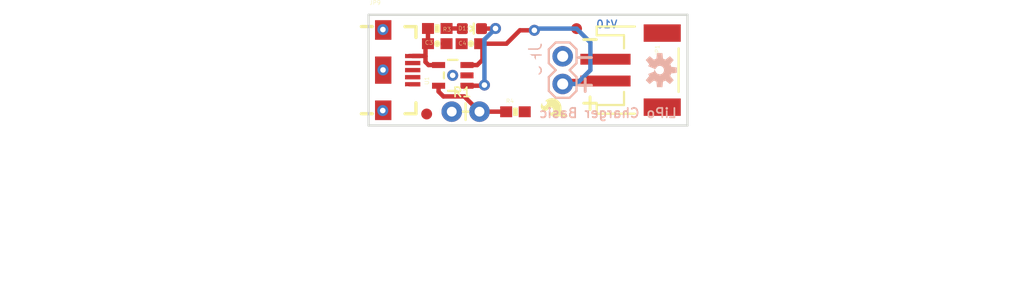
<source format=kicad_pcb>
(kicad_pcb (version 20221018) (generator pcbnew)
  (layers (0 "F.Cu" signal) (31 "B.Cu" signal) (34 "B.Paste" user) (35 "F.Paste" user) (36 "B.SilkS" user "B.Silkscreen") (37 "F.SilkS" user "F.Silkscreen") (38 "B.Mask" user) (39 "F.Mask" user) (44 "Edge.Cuts" user))
  (net 0 "")
  (net 1 "GND")
  (net 2 "VCC")
  (net 3 "N$3")
  (net 4 "PROG")
  (net 5 "STAT")
  (net 6 "VIN")
  (footprint "SparkFun_Lipo_Charger_Basic-microUSB:LED-0603" (layer "F.Cu") (at 143.362681 101.1936 -90)
    (fp_text reference "D11" (at 0.1905 1.27) (layer "F.SilkS") (effects (font (size 0.376489 0.376489) (thickness 0.029911)) (justify left bottom)))
    (fp_text value "RED")
    (fp_line (start -0.46 -0.17) (end 0 -0.17) (stroke (width 0.2032)) (layer "F.SilkS"))
    (fp_line (start -0.0254 -0.1546) (end -0.2184 0.14) (stroke (width 0.2032)) (layer "F.SilkS"))
    (fp_line (start 0 -0.17) (end 0.2338 0.14) (stroke (width 0.2032)) (layer "F.SilkS"))
    (fp_line (start 0.46 -0.17) (end 0 -0.17) (stroke (width 0.2032)) (layer "F.SilkS"))
    (pad "A" smd roundrect (at 0 0.877 270) (size 1 1) (layers "F.Cu" "F.Paste" "F.Mask") (roundrect_rratio 0.15) (net 3 "N$3"))
    (pad "C" smd roundrect (at 0 -0.877 270) (size 1 1) (layers "F.Cu" "F.Paste" "F.Mask") (roundrect_rratio 0.15) (net 5 "STAT"))
  )
  (footprint "SparkFun_Lipo_Charger_Basic-microUSB:FIDUCIAL-1X2" (layer "F.Cu") (at 152.9461 101.1936)
    (fp_text reference "JP4" hide)
    (fp_text value "FIDUCIAL1X2" hide)
    (pad "1" smd roundrect (at 0 0) (size 1 1) (layers "F.Cu" "F.Mask") (roundrect_rratio 0.5))
  )
  (footprint "SparkFun_Lipo_Charger_Basic-microUSB:0603-CAP" (layer "F.Cu") (at 140.187681 102.57536)
    (fp_text reference "C3" (at -1.143 0.127) (layer "F.SilkS") (effects (font (size 0.376489 0.376489) (thickness 0.029911)) (justify left bottom)))
    (fp_text value "4.7uF")
    (fp_line (start 0 -0.0305) (end 0 0.0305) (stroke (width 0.5588)) (layer "F.SilkS"))
    (pad "1" smd rect (at -0.85 0) (size 1.1 1) (layers "F.Cu" "F.Paste" "F.Mask") (net 6 "VIN"))
    (pad "2" smd rect (at 0.85 0) (size 1.1 1) (layers "F.Cu" "F.Paste" "F.Mask") (net 1 "GND"))
  )
  (footprint "SparkFun_Lipo_Charger_Basic-microUSB:SFE_LOGO_FLAME_.1" (layer "F.Cu") (at 152.5651 109.5756 90)
    (fp_text reference "LOGO2" hide)
    (fp_text value "SFE_LOGO_FLAME.1_INCH" hide)
    (fp_poly (pts (xy 1.4 -2.87) (xy 1.54 -2.8) (xy 1.58 -2.77) (xy 1.59 -2.76) (xy 1.58 -2.76) (xy 1.56 -2.77) (xy 1.5 -2.77) (xy 1.46 -2.76) (xy 1.41 -2.75) (xy 1.37 -2.73) (xy 1.33 -2.7) (xy 1.31 -2.67) (xy 1.3 -2.65) (xy 1.29 -2.62) (xy 1.29 -2.56) (xy 1.3 -2.52) (xy 1.34 -2.46) (xy 1.4 -2.4) (xy 1.44 -2.37) (xy 1.47 -2.35) (xy 1.51 -2.33) (xy 1.59 -2.31) (xy 1.62 -2.31) (xy 1.65 -2.32) (xy 1.68 -2.35) (xy 1.69 -2.37) (xy 1.7 -2.4) (xy 1.7 -2.49) (xy 1.78 -2.44) (xy 1.86 -2.35) (xy 1.93 -2.24) (xy 1.98 -2.09) (xy 2.01 -1.93) (xy 2 -1.76) (xy 1.95 -1.57) (xy 1.85 -1.39) (xy 1.78 -1.3) (xy 1.7 -1.22) (xy 1.62 -1.15) (xy 1.52 -1.09) (xy 1.42 -1.05) (xy 1.31 -1.02) (xy 1.19 -1) (xy 1 -1) (xy 0.94 -0.99) (xy 0.84 -0.93) (xy 0.74 -0.83) (xy 0.62 -0.69) (xy 0.5 -0.57) (xy 0.45 -0.51) (xy 0.4 -0.46) (xy 0.37 -0.41) (xy 0.32 -0.36) (xy 0.32 -1.73) (xy 0.33 -1.81) (xy 0.35 -1.88) (xy 0.41 -1.98) (xy 0.46 -2.02) (xy 0.5 -2.05) (xy 0.55 -2.07) (xy 0.6 -2.08) (xy 0.66 -2.09) (xy 0.78 -2.09) (xy 0.82 -2.07) (xy 0.81 -2.06) (xy 0.77 -2.04) (xy 0.74 -2.03) (xy 0.68 -1.97) (xy 0.67 -1.94) (xy 0.67 -1.9) (xy 0.68 -1.87) (xy 0.7 -1.84) (xy 0.76 -1.78) (xy 0.81 -1.76) (xy 0.86 -1.75) (xy 0.94 -1.75) (xy 1.02 -1.77) (xy 1.08 -1.81) (xy 1.12 -1.86) (xy 1.14 -1.92) (xy 1.14 -1.99) (xy 1.11 -2.07) (xy 1.04 -2.14) (xy 0.96 -2.23) (xy 0.89 -2.31) (xy 0.84 -2.4) (xy 0.82 -2.49) (xy 0.82 -2.57) (xy 0.85 -2.66) (xy 0.9 -2.74) (xy 0.99 -2.81) (xy 1.1 -2.87) (xy 1.21 -2.89) (xy 1.31 -2.89)) (fill solid) (layer "F.SilkS"))
  )
  (footprint "SparkFun_Lipo_Charger_Basic-microUSB:0603-CAP" (layer "F.Cu") (at 143.27124 102.577897 180)
    (fp_text reference "C4" (at 0.381 0.254) (layer "F.SilkS") (effects (font (size 0.376489 0.376489) (thickness 0.029911)) (justify right top)))
    (fp_text value "4.7uF")
    (fp_line (start 0 -0.0305) (end 0 0.0305) (stroke (width 0.5588)) (layer "F.SilkS"))
    (pad "1" smd rect (at -0.85 0 180) (size 1.1 1) (layers "F.Cu" "F.Paste" "F.Mask") (net 2 "VCC"))
    (pad "2" smd rect (at 0.85 0 180) (size 1.1 1) (layers "F.Cu" "F.Paste" "F.Mask") (net 1 "GND"))
  )
  (footprint "SparkFun_Lipo_Charger_Basic-microUSB:STAND-OFF" (layer "F.Cu") (at 147.8661 105.0036)
    (fp_text reference "JP2" hide)
    (fp_text value "STAND-OFF" hide)
    (pad "" np_thru_hole circle (at 0 0) (size 3.302 3.302) (drill 3.302) (layers "*.Cu" "*.Mask"))
  )
  (footprint "SparkFun_Lipo_Charger_Basic-microUSB:SOT23-5" (layer "F.Cu") (at 141.610084 105.4862 90)
    (fp_text reference "U1" (at -0.889 -2.159 90) (layer "F.SilkS") (effects (font (size 0.373888 0.373888) (thickness 0.032512)) (justify left bottom)))
    (fp_text value "MCP73831")
    (fp_line (start -1.4224 0.4294) (end -1.4224 -0.4294) (stroke (width 0.2032)) (layer "F.SilkS"))
    (fp_line (start -0.2684 -0.8104) (end 0.2684 -0.8104) (stroke (width 0.2032)) (layer "F.SilkS"))
    (fp_line (start 1.4224 -0.4294) (end 1.4224 0.4294) (stroke (width 0.2032)) (layer "F.SilkS"))
    (pad "1" smd rect (at -0.95 1.3001 90) (size 0.55 1.2) (layers "F.Cu" "F.Paste" "F.Mask") (net 5 "STAT"))
    (pad "2" smd rect (at 0 1.3001 90) (size 0.55 1.2) (layers "F.Cu" "F.Paste" "F.Mask") (net 1 "GND"))
    (pad "3" smd rect (at 0.95 1.3001 90) (size 0.55 1.2) (layers "F.Cu" "F.Paste" "F.Mask") (net 2 "VCC"))
    (pad "4" smd rect (at 0.95 -1.3001 90) (size 0.55 1.2) (layers "F.Cu" "F.Paste" "F.Mask") (net 6 "VIN"))
    (pad "5" smd rect (at -0.95 -1.3001 90) (size 0.55 1.2) (layers "F.Cu" "F.Paste" "F.Mask") (net 4 "PROG"))
  )
  (footprint "SparkFun_Lipo_Charger_Basic-microUSB:0603-RES" (layer "F.Cu") (at 147.350484 108.826297)
    (fp_text reference "R4" (at -0.889 -0.762) (layer "F.SilkS") (effects (font (size 0.373888 0.373888) (thickness 0.032512)) (justify left bottom)))
    (fp_text value "2.0k")
    (fp_poly (pts (xy -0.2286 0.381) (xy 0.2286 0.381) (xy 0.2286 -0.381) (xy -0.2286 -0.381)) (fill solid) (layer "F.SilkS"))
    (pad "1" smd rect (at -0.85 0) (size 1.1 1) (layers "F.Cu" "F.Paste" "F.Mask") (net 4 "PROG"))
    (pad "2" smd rect (at 0.85 0) (size 1.1 1) (layers "F.Cu" "F.Paste" "F.Mask") (net 1 "GND"))
  )
  (footprint "SparkFun_Lipo_Charger_Basic-microUSB:JST-2-SMD" (layer "F.Cu") (at 159.2961 105.0036 -90)
    (fp_text reference "JP1" (at -1.27 -1.27 -90) (layer "F.SilkS") (effects (font (size 0.373888 0.373888) (thickness 0.032512)) (justify left bottom)))
    (fp_text value "JST")
    (fp_line (start -4 1) (end -4 4.5) (stroke (width 0.2032)) (layer "F.SilkS"))
    (fp_line (start -4 4.5) (end -3.2 4.5) (stroke (width 0.2032)) (layer "F.SilkS"))
    (fp_line (start -3.2 2) (end -2 2) (stroke (width 0.2032)) (layer "F.SilkS"))
    (fp_line (start -3.2 4.5) (end -3.2 2) (stroke (width 0.2032)) (layer "F.SilkS"))
    (fp_line (start 2 -3) (end -2 -3) (stroke (width 0.2032)) (layer "F.SilkS"))
    (fp_line (start 2 2) (end 3.2 2) (stroke (width 0.2032)) (layer "F.SilkS"))
    (fp_line (start 3.2 2) (end 3.2 4.5) (stroke (width 0.2032)) (layer "F.SilkS"))
    (fp_line (start 3.2 4.5) (end 4 4.5) (stroke (width 0.2032)) (layer "F.SilkS"))
    (fp_line (start 4 4.5) (end 4 1) (stroke (width 0.2032)) (layer "F.SilkS"))
    (pad "1" smd rect (at -1 3.7 270) (size 1 4.6) (layers "F.Cu" "F.Paste" "F.Mask") (net 1 "GND"))
    (pad "2" smd rect (at 1 3.7 270) (size 1 4.6) (layers "F.Cu" "F.Paste" "F.Mask") (net 2 "VCC"))
    (pad "NC1" smd rect (at -3.4 -1.5) (size 3.4 1.6) (layers "F.Cu" "F.Paste" "F.Mask"))
    (pad "NC2" smd rect (at 3.4 -1.5) (size 3.4 1.6) (layers "F.Cu" "F.Paste" "F.Mask"))
  )
  (footprint "SparkFun_Lipo_Charger_Basic-microUSB:USB-AB-MICRO-SMD_V03" (layer "F.Cu") (at 135.237221 105.0036)
    (fp_text reference "JP9" (at -1.27 -5.969) (layer "F.SilkS") (effects (font (size 0.376489 0.376489) (thickness 0.029911)) (justify left bottom)))
    (fp_text value "Micro USB")
    (fp_poly (pts (xy -0.75 -2.784) (xy 0.75 -2.784) (xy 0.75 -4.584) (xy -0.75 -4.584)) (fill solid) (layer "F.Cu"))
    (fp_poly (pts (xy -0.75 1.25) (xy 0.75 1.25) (xy 0.75 -1.25) (xy -0.75 -1.25)) (fill solid) (layer "F.Cu"))
    (fp_poly (pts (xy -0.75 4.584) (xy 0.75 4.584) (xy 0.75 2.784) (xy -0.75 2.784)) (fill solid) (layer "F.Cu"))
    (fp_line (start -1 -4) (end -2 -4) (stroke (width 0.3048)) (layer "F.SilkS"))
    (fp_line (start -1 4) (end -2 4) (stroke (width 0.3048)) (layer "F.SilkS"))
    (fp_line (start 2 -3.992881) (end 2 -4) (stroke (width 0.3048)) (layer "F.SilkS"))
    (fp_line (start 2 4) (end 3 4) (stroke (width 0.3048)) (layer "F.SilkS"))
    (fp_line (start 2.981959 -3.992881) (end 2 -3.992881) (stroke (width 0.3048)) (layer "F.SilkS"))
    (fp_line (start 3 -4) (end 3 -3) (stroke (width 0.3048)) (layer "F.SilkS"))
    (fp_line (start 3 4) (end 3 3) (stroke (width 0.3048)) (layer "F.SilkS"))
    (pad "" np_thru_hole circle (at 2.2 -1.9) (size 0.85 0.85) (drill 0.85) (layers "*.Cu" "*.Mask"))
    (pad "" np_thru_hole circle (at 2.2 1.9) (size 0.85 0.85) (drill 0.85) (layers "*.Cu" "*.Mask"))
    (pad "D+1" smd rect (at 2.7 0 90) (size 0.4 1.4) (layers "F.Cu" "F.Paste" "F.Mask"))
    (pad "D-1" smd rect (at 2.7 -0.65 90) (size 0.4 1.4) (layers "F.Cu" "F.Paste" "F.Mask"))
    (pad "GND1" smd rect (at 2.7 1.3 90) (size 0.4 1.4) (layers "F.Cu" "F.Paste" "F.Mask") (net 1 "GND"))
    (pad "ID1" smd rect (at 2.7 0.65 90) (size 0.4 1.4) (layers "F.Cu" "F.Paste" "F.Mask"))
    (pad "VBUS1" smd rect (at 2.7 -1.3 90) (size 0.4 1.4) (layers "F.Cu" "F.Paste" "F.Mask") (net 6 "VIN"))
  )
  (footprint "SparkFun_Lipo_Charger_Basic-microUSB:0603-RES" (layer "F.Cu") (at 140.190221 101.1809 180)
    (fp_text reference "R3" (at -1.27 0.127) (layer "F.SilkS") (effects (font (size 0.376489 0.376489) (thickness 0.029911)) (justify right top)))
    (fp_text value "330")
    (fp_poly (pts (xy -0.2286 0.381) (xy 0.2286 0.381) (xy 0.2286 -0.381) (xy -0.2286 -0.381)) (fill solid) (layer "F.SilkS"))
    (pad "1" smd rect (at -0.85 0 180) (size 1.1 1) (layers "F.Cu" "F.Paste" "F.Mask") (net 3 "N$3"))
    (pad "2" smd rect (at 0.85 0 180) (size 1.1 1) (layers "F.Cu" "F.Paste" "F.Mask") (net 6 "VIN"))
  )
  (footprint "SparkFun_Lipo_Charger_Basic-microUSB:CREATIVE_COMMONS" (layer "F.Cu") (at 120.453979 121.5136)
    (fp_text reference "FRAME1" hide)
    (fp_text value "FRAME-LETTER" hide)
  )
  (footprint "SparkFun_Lipo_Charger_Basic-microUSB:AXIAL-0.1EZ" (layer "F.Cu") (at 141.5161 108.8136)
    (fp_text reference "R1" (at 0 -1.27) (layer "F.SilkS") (effects (font (size 0.8636 0.8636) (thickness 0.1524)) (justify left bottom)))
    (fp_text value "" (at 0 2.159) (layer "F.SilkS") (effects (font (size 0.8636 0.8636) (thickness 0.1524)) (justify left bottom)))
    (fp_line (start 1.27 0) (end 1.016 0) (stroke (width 0.2032)) (layer "F.SilkS"))
    (fp_line (start 1.27 0) (end 1.27 -0.762) (stroke (width 0.2032)) (layer "F.SilkS"))
    (fp_line (start 1.27 0.762) (end 1.27 0) (stroke (width 0.2032)) (layer "F.SilkS"))
    (fp_line (start 1.524 0) (end 1.27 0) (stroke (width 0.2032)) (layer "F.SilkS"))
    (pad "P$1" thru_hole circle (at 0 0) (size 1.8796 1.8796) (drill 0.9) (layers "*.Cu") (net 1 "GND"))
    (pad "P$2" thru_hole circle (at 2.54 0) (size 1.8796 1.8796) (drill 0.9) (layers "*.Cu") (net 4 "PROG"))
  )
  (footprint "SparkFun_Lipo_Charger_Basic-microUSB:FIDUCIAL-1X2" (layer "F.Cu") (at 139.2174 109.0295)
    (fp_text reference "JP3" hide)
    (fp_text value "FIDUCIAL1X2" hide)
    (pad "1" smd roundrect (at 0 0) (size 1 1) (layers "F.Cu" "F.Mask") (roundrect_rratio 0.5))
  )
  (footprint "SparkFun_Lipo_Charger_Basic-microUSB:1X02" (layer "B.Cu") (at 151.6761 103.7336 -90)
    (fp_text reference "JP8" (at -1.3462 1.8288 90) (layer "B.SilkS") (effects (font (size 1.143 1.143) (thickness 0.127)) (justify left bottom mirror)))
    (fp_text value "M02PTH")
    (fp_line (start -1.27 -0.635) (end -0.635 -1.27) (stroke (width 0.2032)) (layer "B.SilkS"))
    (fp_line (start -1.27 0.635) (end -1.27 -0.635) (stroke (width 0.2032)) (layer "B.SilkS"))
    (fp_line (start -0.635 1.27) (end -1.27 0.635) (stroke (width 0.2032)) (layer "B.SilkS"))
    (fp_line (start -0.635 1.27) (end 0.635 1.27) (stroke (width 0.2032)) (layer "B.SilkS"))
    (fp_line (start 0.635 -1.27) (end -0.635 -1.27) (stroke (width 0.2032)) (layer "B.SilkS"))
    (fp_line (start 0.635 1.27) (end 1.27 0.635) (stroke (width 0.2032)) (layer "B.SilkS"))
    (fp_line (start 1.27 -0.635) (end 0.635 -1.27) (stroke (width 0.2032)) (layer "B.SilkS"))
    (fp_line (start 1.27 0.635) (end 1.905 1.27) (stroke (width 0.2032)) (layer "B.SilkS"))
    (fp_line (start 1.905 -1.27) (end 1.27 -0.635) (stroke (width 0.2032)) (layer "B.SilkS"))
    (fp_line (start 1.905 1.27) (end 3.175 1.27) (stroke (width 0.2032)) (layer "B.SilkS"))
    (fp_line (start 3.175 -1.27) (end 1.905 -1.27) (stroke (width 0.2032)) (layer "B.SilkS"))
    (fp_line (start 3.175 1.27) (end 3.81 0.635) (stroke (width 0.2032)) (layer "B.SilkS"))
    (fp_line (start 3.81 -0.635) (end 3.175 -1.27) (stroke (width 0.2032)) (layer "B.SilkS"))
    (fp_line (start 3.81 0.635) (end 3.81 -0.635) (stroke (width 0.2032)) (layer "B.SilkS"))
    (pad "1" thru_hole circle (at 0 0 180) (size 1.8796 1.8796) (drill 1.016) (layers "*.Cu" "*.Mask") (net 1 "GND"))
    (pad "2" thru_hole circle (at 2.54 0 180) (size 1.8796 1.8796) (drill 1.016) (layers "*.Cu" "*.Mask") (net 2 "VCC"))
  )
  (footprint "SparkFun_Lipo_Charger_Basic-microUSB:OSHW-LOGO-S" (layer "B.Cu") (at 160.5661 105.0036 90)
    (fp_text reference "LOGO1" hide)
    (fp_text value "OSHW-LOGOS" hide)
    (fp_poly (pts (xy 0.301646 1.06135) (xy 0.42347 1.022344) (xy 0.537176 0.963768) (xy 0.92862 1.282946) (xy 1.282946 0.92862) (xy 0.961034 0.533823) (xy 1.057045 0.302084) (xy 1.5638 0.250561) (xy 1.5638 -0.250561) (xy 1.057045 -0.302084) (xy 0.961034 -0.533823) (xy 1.282946 -0.92862) (xy 0.92862 -1.282946) (xy 0.537177 -0.963769) (xy 0.356601 -1.056794) (xy 0.088679 -0.410073) (xy 0.326262 -0.217599) (xy 0.373649 -0.121467) (xy 0.392728 -0.010339) (xy 0.379464 0.101633) (xy 0.334947 0.205228) (xy 0.262841 0.291917) (xy 0.169087 0.35456) (xy 0.061406 0.387998) (xy -0.051341 0.38948) (xy -0.159867 0.358881) (xy -0.255233 0.298724) (xy -0.329589 0.213961) (xy -0.376813 0.111569) (xy -0.392175 0.005766) (xy -0.322922 -0.222564) (xy -0.249312 -0.303772) (xy 0.091677 -0.5081) (xy -0.12929 -0.5081) (xy -0.355332 -1.053732) (xy -0.506597 -0.983577) (xy -0.538921 -0.965192) (xy -0.92862 -1.282946) (xy -1.282946 -0.92862) (xy -0.961034 -0.533823) (xy -1.057045 -0.302084) (xy -1.5638 -0.250561) (xy -1.5638 0.250561) (xy -1.057045 0.302084) (xy -0.961034 0.533823) (xy -1.282946 0.92862) (xy -0.92862 1.282946) (xy -0.533823 0.961034) (xy -0.302084 1.057045) (xy -0.250561 1.5638) (xy 0.250561 1.5638)) (fill solid) (layer "B.SilkS"))
  )
  (gr_line (start 133.8961 110.0836) (end 163.1061 110.0836) (stroke (width 0.2032)) (layer "Edge.Cuts"))
  (gr_line (start 163.1061 99.9236) (end 133.8961 99.9236) (stroke (width 0.2032)) (layer "Edge.Cuts"))
  (gr_line (start 163.1061 110.0836) (end 163.1061 99.9236) (stroke (width 0.2032)) (layer "Edge.Cuts"))
  (gr_line (start 133.8961 99.9236) (end 133.8961 110.0836) (stroke (width 0.2032)) (layer "Edge.Cuts"))
  (gr_text "V10" (at 156.7561 101.1936) (layer "B.Cu") (effects (font (size 0.69088 0.69088) (thickness 0.12192)) (justify left bottom mirror)))
  (gr_text "+" (at 154.8511 107.1626) (layer "B.SilkS") (effects (font (size 1.5113 1.5113) (thickness 0.2667)) (justify left bottom mirror)))
  (gr_text "LiPo Charger Basic" (at 162.2171 109.4486) (layer "B.SilkS") (effects (font (size 0.8636 0.8636) (thickness 0.1524)) (justify left bottom mirror)))
  (gr_text "-" (at 154.8511 104.6226) (layer "B.SilkS") (effects (font (size 1.5113 1.5113) (thickness 0.2667)) (justify left bottom mirror)))
  (gr_text "+" (at 153.0731 108.8136) (layer "F.SilkS") (effects (font (size 1.5113 1.5113) (thickness 0.2667)) (justify left bottom)))
  (gr_text "-" (at 153.0731 102.9716) (layer "F.SilkS") (effects (font (size 1.5113 1.5113) (thickness 0.2667)) (justify left bottom)))
  (via (at 135.219437 104.985822) (size 1.016) (drill 0.508) (layers "F.Cu" "B.Cu") (net 1))
  (via (at 141.599915 105.481119) (size 1.016) (drill 0.508) (layers "F.Cu" "B.Cu") (net 1))
  (via (at 135.194034 108.712) (size 1.016) (drill 0.508) (layers "F.Cu" "B.Cu") (net 1))
  (via (at 135.209278 101.27996) (size 1.016) (drill 0.508) (layers "F.Cu" "B.Cu") (net 1))
  (segment (start 146.530062 102.577897) (end 147.759418 101.348541) (width 0.4064) (layer "F.Cu") (net 2))
  (segment (start 144.327881 104.058719) (end 144.327881 102.784538) (width 0.4064) (layer "F.Cu") (net 2))
  (segment (start 143.8504 104.5362) (end 144.327881 104.058719) (width 0.4064) (layer "F.Cu") (net 2))
  (segment (start 155.5961 106.0036) (end 151.9461 106.0036) (width 0.4064) (layer "F.Cu") (net 2))
  (segment (start 144.327881 102.784538) (end 144.12124 102.577897) (width 0.4064) (layer "F.Cu") (net 2))
  (segment (start 147.759418 101.348541) (end 149.082759 101.348541) (width 0.4064) (layer "F.Cu") (net 2))
  (segment (start 142.910184 104.5362) (end 143.8504 104.5362) (width 0.4064) (layer "F.Cu") (net 2))
  (segment (start 151.9461 106.0036) (end 151.6761 106.2736) (width 0.4064) (layer "F.Cu") (net 2))
  (segment (start 146.530062 102.577897) (end 144.12124 102.577897) (width 0.4064) (layer "F.Cu") (net 2))
  (via (at 149.082759 101.348541) (size 1.016) (drill 0.508) (layers "F.Cu" "B.Cu") (net 2))
  (segment (start 154.2161 105.0036) (end 152.9461 106.2736) (width 0.4064) (layer "B.Cu") (net 2))
  (segment (start 152.9461 106.2736) (end 151.6761 106.2736) (width 0.4064) (layer "B.Cu") (net 2))
  (segment (start 149.2377 101.1936) (end 152.9461 101.1936) (width 0.4064) (layer "B.Cu") (net 2))
  (segment (start 154.2161 102.4636) (end 154.2161 105.0036) (width 0.4064) (layer "B.Cu") (net 2))
  (segment (start 152.9461 101.1936) (end 154.2161 102.4636) (width 0.4064) (layer "B.Cu") (net 2))
  (segment (start 149.2377 101.1936) (end 149.082759 101.348541) (width 0.4064) (layer "B.Cu") (net 2))
  (segment (start 142.472981 101.1809) (end 142.485681 101.1936) (width 0.4064) (layer "F.Cu") (net 3))
  (segment (start 141.040221 101.1809) (end 142.472981 101.1809) (width 0.4064) (layer "F.Cu") (net 3))
  (segment (start 146.487787 108.8136) (end 144.0561 108.8136) (width 0.4064) (layer "F.Cu") (net 4))
  (segment (start 146.487787 108.8136) (end 146.500484 108.826297) (width 0.4064) (layer "F.Cu") (net 4))
  (segment (start 140.7541 107.4166) (end 142.6591 107.4166) (width 0.4064) (layer "F.Cu") (net 4))
  (segment (start 142.6591 107.4166) (end 144.0561 108.8136) (width 0.4064) (layer "F.Cu") (net 4))
  (segment (start 140.309984 106.4362) (end 140.309984 106.972485) (width 0.4064) (layer "F.Cu") (net 4))
  (segment (start 140.309984 106.972485) (end 140.7541 107.4166) (width 0.4064) (layer "F.Cu") (net 4))
  (segment (start 142.910184 106.4362) (end 144.447221 106.4362) (width 0.4064) (layer "F.Cu") (net 5))
  (segment (start 145.511521 101.1936) (end 145.524221 101.1809) (width 0.3048) (layer "F.Cu") (net 5))
  (segment (start 144.447221 106.4362) (end 144.510759 106.372663) (width 0.4064) (layer "F.Cu") (net 5))
  (segment (start 144.239681 101.1936) (end 145.511521 101.1936) (width 0.4064) (layer "F.Cu") (net 5))
  (via (at 144.510759 106.372663) (size 1.016) (drill 0.508) (layers "F.Cu" "B.Cu") (net 5))
  (via (at 145.524221 101.1809) (size 1.016) (drill 0.508) (layers "F.Cu" "B.Cu") (net 5))
  (segment (start 144.510759 102.194363) (end 145.524221 101.1809) (width 0.4064) (layer "B.Cu") (net 5))
  (segment (start 144.510759 106.372663) (end 144.510759 102.194363) (width 0.4064) (layer "B.Cu") (net 5))
  (segment (start 139.080718 103.7036) (end 139.110718 103.7336) (width 0.4064) (layer "F.Cu") (net 6))
  (segment (start 140.309984 104.5362) (end 139.390078 104.5362) (width 0.4064) (layer "F.Cu") (net 6))
  (segment (start 139.337681 102.57536) (end 139.337681 101.183441) (width 0.4064) (layer "F.Cu") (net 6))
  (segment (start 139.110718 104.256841) (end 139.110718 103.7336) (width 0.4064) (layer "F.Cu") (net 6))
  (segment (start 139.390078 104.5362) (end 139.110718 104.256841) (width 0.4064) (layer "F.Cu") (net 6))
  (segment (start 139.110718 102.802322) (end 139.337681 102.57536) (width 0.4064) (layer "F.Cu") (net 6))
  (segment (start 137.937221 103.7036) (end 139.080718 103.7036) (width 0.4064) (layer "F.Cu") (net 6))
  (segment (start 139.337681 101.183441) (end 139.340221 101.1809) (width 0.4064) (layer "F.Cu") (net 6))
  (segment (start 139.110718 103.7336) (end 139.110718 102.802322) (width 0.4064) (layer "F.Cu") (net 6))
)
</source>
